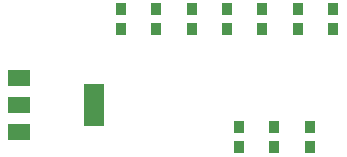
<source format=gbr>
G04 EAGLE Gerber RS-274X export*
G75*
%MOMM*%
%FSLAX34Y34*%
%LPD*%
%INSolderpaste Top*%
%IPPOS*%
%AMOC8*
5,1,8,0,0,1.08239X$1,22.5*%
G01*
%ADD10R,0.898400X0.998400*%
%ADD11R,1.800000X3.600000*%
%ADD12R,1.850000X1.350000*%


D10*
X340000Y188500D03*
X340000Y171500D03*
X370000Y188500D03*
X370000Y171500D03*
X400000Y188500D03*
X400000Y171500D03*
X430000Y188500D03*
X430000Y171500D03*
X460000Y188500D03*
X460000Y171500D03*
X520000Y171500D03*
X520000Y188500D03*
X440000Y71500D03*
X440000Y88500D03*
X470000Y71500D03*
X470000Y88500D03*
D11*
X317000Y107500D03*
D12*
X254000Y84500D03*
X254000Y107500D03*
X254000Y130500D03*
D10*
X500000Y88500D03*
X500000Y71500D03*
X490000Y188500D03*
X490000Y171500D03*
M02*

</source>
